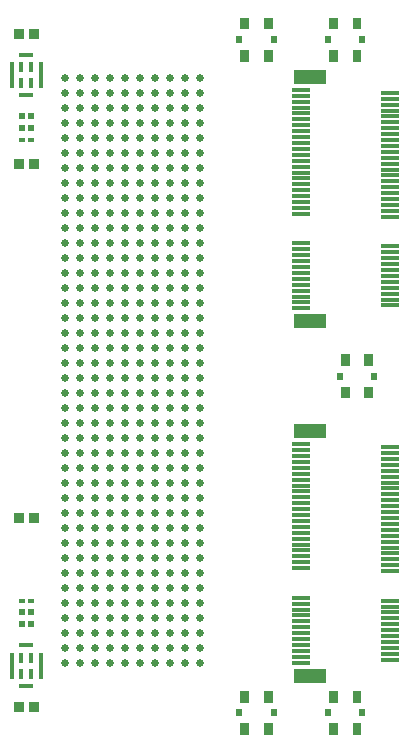
<source format=gtp>
G04*
G04 #@! TF.GenerationSoftware,Altium Limited,Altium NEXUS,4.1.1 (18)*
G04*
G04 Layer_Color=8421504*
%FSLAX44Y44*%
%MOMM*%
G71*
G04*
G04 #@! TF.SameCoordinates,414CCE93-DEC9-4F78-9D08-55E8399EB41D*
G04*
G04*
G04 #@! TF.FilePolarity,Positive*
G04*
G01*
G75*
%ADD14C,0.6400*%
%ADD15R,0.8500X0.9000*%
%ADD16R,1.5500X0.3000*%
%ADD17R,2.7500X1.2000*%
%ADD18R,0.5000X0.4500*%
%ADD19R,0.4000X0.9500*%
%ADD20R,0.3500X2.3000*%
%ADD21R,1.3000X0.3500*%
%ADD22R,0.5600X0.5200*%
G36*
X153750Y603763D02*
X146229D01*
Y613750D01*
X153750D01*
Y603763D01*
D02*
G37*
G36*
X78750D02*
X71229D01*
Y613750D01*
X78750D01*
Y603763D01*
D02*
G37*
G36*
X173750Y603750D02*
X166250D01*
Y613750D01*
X173750D01*
Y603750D01*
D02*
G37*
G36*
X98750D02*
X91250D01*
Y613750D01*
X98750D01*
Y603750D01*
D02*
G37*
G36*
X177000Y591999D02*
X172003D01*
Y598000D01*
X177000D01*
Y591999D01*
D02*
G37*
G36*
X102000D02*
X97003D01*
Y598000D01*
X102000D01*
Y591999D01*
D02*
G37*
G36*
X148000Y591996D02*
X142976D01*
Y598000D01*
X148000D01*
Y591996D01*
D02*
G37*
G36*
X73000D02*
X67976D01*
Y598000D01*
X73000D01*
Y591996D01*
D02*
G37*
G36*
X153750Y576233D02*
X146238D01*
Y586250D01*
X153750D01*
Y576233D01*
D02*
G37*
G36*
X78750D02*
X71238D01*
Y586250D01*
X78750D01*
Y576233D01*
D02*
G37*
G36*
X173750Y576233D02*
X166256D01*
Y586250D01*
X173750D01*
Y576233D01*
D02*
G37*
G36*
X98750D02*
X91256D01*
Y586250D01*
X98750D01*
Y576233D01*
D02*
G37*
G36*
X183762Y318750D02*
X176250D01*
Y328767D01*
X183762D01*
Y318750D01*
D02*
G37*
G36*
X163744D02*
X156250D01*
Y328767D01*
X163744D01*
Y318750D01*
D02*
G37*
G36*
X187024Y307000D02*
X182000D01*
Y313004D01*
X187024D01*
Y307000D01*
D02*
G37*
G36*
X157997D02*
X153000D01*
Y313001D01*
X157997D01*
Y307000D01*
D02*
G37*
G36*
X183771Y291250D02*
X176250D01*
Y301237D01*
X183771D01*
Y291250D01*
D02*
G37*
G36*
X163750D02*
X156250D01*
Y301250D01*
X163750D01*
Y291250D01*
D02*
G37*
G36*
X153750Y33763D02*
X146229D01*
Y43750D01*
X153750D01*
Y33763D01*
D02*
G37*
G36*
X78750D02*
X71229D01*
Y43750D01*
X78750D01*
Y33763D01*
D02*
G37*
G36*
X173750Y33750D02*
X166250D01*
Y43750D01*
X173750D01*
Y33750D01*
D02*
G37*
G36*
X98750D02*
X91250D01*
Y43750D01*
X98750D01*
Y33750D01*
D02*
G37*
G36*
X177000Y21999D02*
X172003D01*
Y28000D01*
X177000D01*
Y21999D01*
D02*
G37*
G36*
X102000D02*
X97003D01*
Y28000D01*
X102000D01*
Y21999D01*
D02*
G37*
G36*
X148000Y21996D02*
X142976D01*
Y28000D01*
X148000D01*
Y21996D01*
D02*
G37*
G36*
X73000D02*
X67976D01*
Y28000D01*
X73000D01*
Y21996D01*
D02*
G37*
G36*
X153750Y6234D02*
X146238D01*
Y16250D01*
X153750D01*
Y6234D01*
D02*
G37*
G36*
X78750D02*
X71238D01*
Y16250D01*
X78750D01*
Y6234D01*
D02*
G37*
G36*
X173750Y6233D02*
X166256D01*
Y16250D01*
X173750D01*
Y6233D01*
D02*
G37*
G36*
X98750D02*
X91256D01*
Y16250D01*
X98750D01*
Y6233D01*
D02*
G37*
D14*
X-39050Y194350D02*
D03*
Y207050D02*
D03*
Y245150D02*
D03*
Y270550D02*
D03*
Y283250D02*
D03*
X-51750Y181650D02*
D03*
Y194350D02*
D03*
Y232450D02*
D03*
Y245150D02*
D03*
X-77150Y80050D02*
D03*
Y92750D02*
D03*
Y130850D02*
D03*
Y143550D02*
D03*
Y181650D02*
D03*
Y194350D02*
D03*
Y232450D02*
D03*
Y245150D02*
D03*
Y283250D02*
D03*
Y295950D02*
D03*
Y334050D02*
D03*
Y346750D02*
D03*
Y384850D02*
D03*
Y397550D02*
D03*
Y435650D02*
D03*
Y448350D02*
D03*
Y486450D02*
D03*
Y499150D02*
D03*
Y537250D02*
D03*
Y549950D02*
D03*
X-64450Y67350D02*
D03*
Y105450D02*
D03*
Y118150D02*
D03*
Y156250D02*
D03*
Y168950D02*
D03*
Y207050D02*
D03*
Y219750D02*
D03*
Y257850D02*
D03*
Y270550D02*
D03*
Y308650D02*
D03*
Y321350D02*
D03*
Y359450D02*
D03*
Y372150D02*
D03*
Y410250D02*
D03*
Y422950D02*
D03*
Y461050D02*
D03*
Y473750D02*
D03*
Y511850D02*
D03*
Y524550D02*
D03*
Y562650D02*
D03*
X-51750Y80050D02*
D03*
Y92750D02*
D03*
Y130850D02*
D03*
Y143550D02*
D03*
Y435650D02*
D03*
Y448350D02*
D03*
Y486450D02*
D03*
X-39050Y67350D02*
D03*
Y105450D02*
D03*
Y118150D02*
D03*
Y422950D02*
D03*
Y435650D02*
D03*
Y448350D02*
D03*
Y461050D02*
D03*
Y473750D02*
D03*
Y486450D02*
D03*
Y499150D02*
D03*
X-26350Y80050D02*
D03*
Y92750D02*
D03*
Y130850D02*
D03*
Y143550D02*
D03*
Y168950D02*
D03*
Y181650D02*
D03*
Y207050D02*
D03*
Y219750D02*
D03*
Y245150D02*
D03*
Y257850D02*
D03*
Y283250D02*
D03*
Y295950D02*
D03*
Y321350D02*
D03*
Y334050D02*
D03*
Y359450D02*
D03*
Y372150D02*
D03*
Y397550D02*
D03*
Y410250D02*
D03*
Y435650D02*
D03*
Y448350D02*
D03*
Y473750D02*
D03*
Y486450D02*
D03*
Y511850D02*
D03*
Y524550D02*
D03*
X-13650Y67350D02*
D03*
Y105450D02*
D03*
Y118150D02*
D03*
Y143550D02*
D03*
Y156250D02*
D03*
Y181650D02*
D03*
Y194350D02*
D03*
Y219750D02*
D03*
Y232450D02*
D03*
Y257850D02*
D03*
Y270550D02*
D03*
Y295950D02*
D03*
Y308650D02*
D03*
Y334050D02*
D03*
Y346750D02*
D03*
Y372150D02*
D03*
Y384850D02*
D03*
Y410250D02*
D03*
Y422950D02*
D03*
Y448350D02*
D03*
Y461050D02*
D03*
Y486450D02*
D03*
Y499150D02*
D03*
Y524550D02*
D03*
Y537250D02*
D03*
X-950Y80050D02*
D03*
Y92750D02*
D03*
X11750Y67350D02*
D03*
Y80050D02*
D03*
Y105450D02*
D03*
Y118150D02*
D03*
X-77150Y105450D02*
D03*
Y118150D02*
D03*
Y156250D02*
D03*
Y168950D02*
D03*
Y207050D02*
D03*
Y219750D02*
D03*
Y257850D02*
D03*
Y270550D02*
D03*
Y308650D02*
D03*
Y321350D02*
D03*
Y359450D02*
D03*
Y372150D02*
D03*
Y410250D02*
D03*
Y422950D02*
D03*
Y461050D02*
D03*
Y473750D02*
D03*
Y511850D02*
D03*
Y524550D02*
D03*
Y562650D02*
D03*
Y67350D02*
D03*
X-64450Y80050D02*
D03*
Y92750D02*
D03*
Y130850D02*
D03*
Y143550D02*
D03*
Y181650D02*
D03*
Y194350D02*
D03*
Y232450D02*
D03*
Y245150D02*
D03*
Y283250D02*
D03*
Y295950D02*
D03*
Y334050D02*
D03*
Y346750D02*
D03*
Y384850D02*
D03*
Y397550D02*
D03*
Y435650D02*
D03*
Y448350D02*
D03*
Y486450D02*
D03*
Y499150D02*
D03*
Y537250D02*
D03*
Y549950D02*
D03*
X-51750Y67350D02*
D03*
Y105450D02*
D03*
Y118150D02*
D03*
Y156250D02*
D03*
Y168950D02*
D03*
Y207050D02*
D03*
Y219750D02*
D03*
Y257850D02*
D03*
Y270550D02*
D03*
Y283250D02*
D03*
Y295950D02*
D03*
Y308650D02*
D03*
Y321350D02*
D03*
Y334050D02*
D03*
Y346750D02*
D03*
Y359450D02*
D03*
Y372150D02*
D03*
Y384850D02*
D03*
Y397550D02*
D03*
Y410250D02*
D03*
Y422950D02*
D03*
Y461050D02*
D03*
Y473750D02*
D03*
Y499150D02*
D03*
Y511850D02*
D03*
Y524550D02*
D03*
Y537250D02*
D03*
Y549950D02*
D03*
Y562650D02*
D03*
X-39050Y80050D02*
D03*
Y92750D02*
D03*
Y130850D02*
D03*
Y143550D02*
D03*
Y156250D02*
D03*
Y168950D02*
D03*
Y181650D02*
D03*
Y219750D02*
D03*
Y232450D02*
D03*
Y257850D02*
D03*
Y295950D02*
D03*
Y308650D02*
D03*
Y321350D02*
D03*
Y334050D02*
D03*
Y346750D02*
D03*
Y359450D02*
D03*
Y372150D02*
D03*
Y384850D02*
D03*
Y397550D02*
D03*
Y410250D02*
D03*
Y511850D02*
D03*
Y524550D02*
D03*
Y537250D02*
D03*
Y549950D02*
D03*
Y562650D02*
D03*
X-26350Y67350D02*
D03*
Y105450D02*
D03*
Y118150D02*
D03*
Y156250D02*
D03*
Y194350D02*
D03*
Y232450D02*
D03*
Y270550D02*
D03*
Y308650D02*
D03*
Y346750D02*
D03*
Y384850D02*
D03*
Y422950D02*
D03*
Y461050D02*
D03*
Y499150D02*
D03*
Y537250D02*
D03*
Y549950D02*
D03*
Y562650D02*
D03*
X-13650Y80050D02*
D03*
Y92750D02*
D03*
Y130850D02*
D03*
Y168950D02*
D03*
Y207050D02*
D03*
Y245150D02*
D03*
Y283250D02*
D03*
Y321350D02*
D03*
Y359450D02*
D03*
Y397550D02*
D03*
Y435650D02*
D03*
Y473750D02*
D03*
Y511850D02*
D03*
Y549950D02*
D03*
Y562650D02*
D03*
X-950Y67350D02*
D03*
Y105450D02*
D03*
Y118150D02*
D03*
Y130850D02*
D03*
Y143550D02*
D03*
Y156250D02*
D03*
Y168950D02*
D03*
Y181650D02*
D03*
Y194350D02*
D03*
Y207050D02*
D03*
Y219750D02*
D03*
Y232450D02*
D03*
Y245150D02*
D03*
Y257850D02*
D03*
Y270550D02*
D03*
Y283250D02*
D03*
Y295950D02*
D03*
Y308650D02*
D03*
Y321350D02*
D03*
Y334050D02*
D03*
Y346750D02*
D03*
Y359450D02*
D03*
Y372150D02*
D03*
Y384850D02*
D03*
Y397550D02*
D03*
Y410250D02*
D03*
Y422950D02*
D03*
Y435650D02*
D03*
Y448350D02*
D03*
Y461050D02*
D03*
Y473750D02*
D03*
Y486450D02*
D03*
Y499150D02*
D03*
Y511850D02*
D03*
Y524550D02*
D03*
Y537250D02*
D03*
Y549950D02*
D03*
Y562650D02*
D03*
X11750Y92750D02*
D03*
Y130850D02*
D03*
Y143550D02*
D03*
Y156250D02*
D03*
Y168950D02*
D03*
Y181650D02*
D03*
Y194350D02*
D03*
Y207050D02*
D03*
Y219750D02*
D03*
Y232450D02*
D03*
Y245150D02*
D03*
Y257850D02*
D03*
Y270550D02*
D03*
Y283250D02*
D03*
Y295950D02*
D03*
Y308650D02*
D03*
Y321350D02*
D03*
Y334050D02*
D03*
Y346750D02*
D03*
Y359450D02*
D03*
Y372150D02*
D03*
Y384850D02*
D03*
Y397550D02*
D03*
Y410250D02*
D03*
Y422950D02*
D03*
Y435650D02*
D03*
Y448350D02*
D03*
Y461050D02*
D03*
Y473750D02*
D03*
Y486450D02*
D03*
Y499150D02*
D03*
Y511850D02*
D03*
Y524550D02*
D03*
Y537250D02*
D03*
Y549950D02*
D03*
Y562650D02*
D03*
X24450Y67350D02*
D03*
Y80050D02*
D03*
Y92750D02*
D03*
Y105450D02*
D03*
Y118150D02*
D03*
Y130850D02*
D03*
Y143550D02*
D03*
Y156250D02*
D03*
Y168950D02*
D03*
Y181650D02*
D03*
Y194350D02*
D03*
Y207050D02*
D03*
Y219750D02*
D03*
Y232450D02*
D03*
Y245150D02*
D03*
Y257850D02*
D03*
Y270550D02*
D03*
Y283250D02*
D03*
Y295950D02*
D03*
Y308650D02*
D03*
Y321350D02*
D03*
Y334050D02*
D03*
Y346750D02*
D03*
Y359450D02*
D03*
Y372150D02*
D03*
Y384850D02*
D03*
Y397550D02*
D03*
Y410250D02*
D03*
Y422950D02*
D03*
Y435650D02*
D03*
Y448350D02*
D03*
Y461050D02*
D03*
Y473750D02*
D03*
Y486450D02*
D03*
Y499150D02*
D03*
Y511850D02*
D03*
Y524550D02*
D03*
Y537250D02*
D03*
Y549950D02*
D03*
Y562650D02*
D03*
X37150Y67350D02*
D03*
Y80050D02*
D03*
Y92750D02*
D03*
Y105450D02*
D03*
Y118150D02*
D03*
Y130850D02*
D03*
Y143550D02*
D03*
Y156250D02*
D03*
Y168950D02*
D03*
Y181650D02*
D03*
Y194350D02*
D03*
Y207050D02*
D03*
Y219750D02*
D03*
Y232450D02*
D03*
Y245150D02*
D03*
Y257850D02*
D03*
Y270550D02*
D03*
Y283250D02*
D03*
Y295950D02*
D03*
Y308650D02*
D03*
Y321350D02*
D03*
Y334050D02*
D03*
Y346750D02*
D03*
Y359450D02*
D03*
Y372150D02*
D03*
Y384850D02*
D03*
Y397550D02*
D03*
Y410250D02*
D03*
Y422950D02*
D03*
Y435650D02*
D03*
Y448350D02*
D03*
Y461050D02*
D03*
Y473750D02*
D03*
Y486450D02*
D03*
Y499150D02*
D03*
Y511850D02*
D03*
Y524550D02*
D03*
Y537250D02*
D03*
Y549950D02*
D03*
Y562650D02*
D03*
D15*
X-103500Y190000D02*
D03*
X-116500D02*
D03*
X-103500Y490000D02*
D03*
X-116500D02*
D03*
X-103500Y30000D02*
D03*
X-116500D02*
D03*
X-103500Y600000D02*
D03*
X-116500D02*
D03*
D16*
X197750Y230000D02*
D03*
Y225000D02*
D03*
Y220000D02*
D03*
Y215000D02*
D03*
Y250000D02*
D03*
Y245000D02*
D03*
Y240000D02*
D03*
Y235000D02*
D03*
Y210000D02*
D03*
Y205000D02*
D03*
Y200000D02*
D03*
Y195000D02*
D03*
Y190000D02*
D03*
Y185000D02*
D03*
Y180000D02*
D03*
Y175000D02*
D03*
Y170000D02*
D03*
Y165000D02*
D03*
Y160000D02*
D03*
Y155000D02*
D03*
Y150000D02*
D03*
Y145000D02*
D03*
Y120000D02*
D03*
Y115000D02*
D03*
Y110000D02*
D03*
Y105000D02*
D03*
Y100000D02*
D03*
Y95000D02*
D03*
Y90000D02*
D03*
Y85000D02*
D03*
Y80000D02*
D03*
Y75000D02*
D03*
Y70000D02*
D03*
X122250Y67500D02*
D03*
Y72500D02*
D03*
Y77500D02*
D03*
Y82500D02*
D03*
Y87500D02*
D03*
Y92500D02*
D03*
Y97500D02*
D03*
Y102500D02*
D03*
Y107500D02*
D03*
Y112500D02*
D03*
Y117500D02*
D03*
Y122500D02*
D03*
Y147500D02*
D03*
Y152500D02*
D03*
Y157500D02*
D03*
Y162500D02*
D03*
Y167500D02*
D03*
Y172500D02*
D03*
Y177500D02*
D03*
Y182500D02*
D03*
Y187500D02*
D03*
Y192500D02*
D03*
Y197500D02*
D03*
Y202500D02*
D03*
Y207500D02*
D03*
Y232500D02*
D03*
Y237500D02*
D03*
Y242500D02*
D03*
Y247500D02*
D03*
Y252500D02*
D03*
Y212500D02*
D03*
Y217500D02*
D03*
Y222500D02*
D03*
Y227500D02*
D03*
X197750Y530000D02*
D03*
Y525000D02*
D03*
Y520000D02*
D03*
Y515000D02*
D03*
Y550000D02*
D03*
Y545000D02*
D03*
Y540000D02*
D03*
Y535000D02*
D03*
Y510000D02*
D03*
Y505000D02*
D03*
Y500000D02*
D03*
Y495000D02*
D03*
Y490000D02*
D03*
Y485000D02*
D03*
Y480000D02*
D03*
Y475000D02*
D03*
Y470000D02*
D03*
Y465000D02*
D03*
Y460000D02*
D03*
Y455000D02*
D03*
Y450000D02*
D03*
Y445000D02*
D03*
Y420000D02*
D03*
Y415000D02*
D03*
Y410000D02*
D03*
Y405000D02*
D03*
Y400000D02*
D03*
Y395000D02*
D03*
Y390000D02*
D03*
Y385000D02*
D03*
Y380000D02*
D03*
Y375000D02*
D03*
Y370000D02*
D03*
X122250Y367500D02*
D03*
Y372500D02*
D03*
Y377500D02*
D03*
Y382500D02*
D03*
Y387500D02*
D03*
Y392500D02*
D03*
Y397500D02*
D03*
Y402500D02*
D03*
Y407500D02*
D03*
Y412500D02*
D03*
Y417500D02*
D03*
Y422500D02*
D03*
Y447500D02*
D03*
Y452500D02*
D03*
Y457500D02*
D03*
Y462500D02*
D03*
Y467500D02*
D03*
Y472500D02*
D03*
Y477500D02*
D03*
Y482500D02*
D03*
Y487500D02*
D03*
Y492500D02*
D03*
Y497500D02*
D03*
Y502500D02*
D03*
Y507500D02*
D03*
Y532500D02*
D03*
Y537500D02*
D03*
Y542500D02*
D03*
Y547500D02*
D03*
Y552500D02*
D03*
Y512500D02*
D03*
Y517500D02*
D03*
Y522500D02*
D03*
Y527500D02*
D03*
D17*
X130000Y263500D02*
D03*
Y56500D02*
D03*
Y563500D02*
D03*
Y356500D02*
D03*
D18*
X-106250Y510000D02*
D03*
X-113750D02*
D03*
Y120000D02*
D03*
X-106250D02*
D03*
D19*
X-114250Y571750D02*
D03*
X-105750D02*
D03*
X-114250Y558250D02*
D03*
X-105750D02*
D03*
Y58250D02*
D03*
X-114250D02*
D03*
X-105750Y71750D02*
D03*
X-114250D02*
D03*
D20*
X-122250Y565000D02*
D03*
X-97750D02*
D03*
Y65000D02*
D03*
X-122250D02*
D03*
D21*
X-110000Y582250D02*
D03*
Y547750D02*
D03*
Y47750D02*
D03*
Y82250D02*
D03*
D22*
X-113900Y530000D02*
D03*
X-106100D02*
D03*
X-106200Y520000D02*
D03*
X-113800D02*
D03*
X-106100Y100000D02*
D03*
X-113900D02*
D03*
X-113800Y110000D02*
D03*
X-106200D02*
D03*
M02*

</source>
